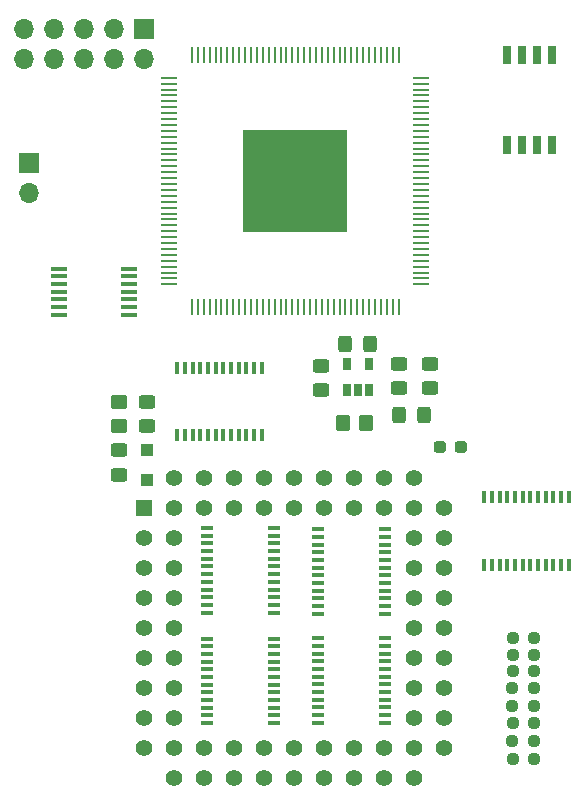
<source format=gts>
G04 #@! TF.GenerationSoftware,KiCad,Pcbnew,7.0.1*
G04 #@! TF.CreationDate,2023-07-15T13:09:29+01:00*
G04 #@! TF.ProjectId,ElectronULA,456c6563-7472-46f6-9e55-4c412e6b6963,rev?*
G04 #@! TF.SameCoordinates,Original*
G04 #@! TF.FileFunction,Soldermask,Top*
G04 #@! TF.FilePolarity,Negative*
%FSLAX46Y46*%
G04 Gerber Fmt 4.6, Leading zero omitted, Abs format (unit mm)*
G04 Created by KiCad (PCBNEW 7.0.1) date 2023-07-15 13:09:29*
%MOMM*%
%LPD*%
G01*
G04 APERTURE LIST*
G04 Aperture macros list*
%AMRoundRect*
0 Rectangle with rounded corners*
0 $1 Rounding radius*
0 $2 $3 $4 $5 $6 $7 $8 $9 X,Y pos of 4 corners*
0 Add a 4 corners polygon primitive as box body*
4,1,4,$2,$3,$4,$5,$6,$7,$8,$9,$2,$3,0*
0 Add four circle primitives for the rounded corners*
1,1,$1+$1,$2,$3*
1,1,$1+$1,$4,$5*
1,1,$1+$1,$6,$7*
1,1,$1+$1,$8,$9*
0 Add four rect primitives between the rounded corners*
20,1,$1+$1,$2,$3,$4,$5,0*
20,1,$1+$1,$4,$5,$6,$7,0*
20,1,$1+$1,$6,$7,$8,$9,0*
20,1,$1+$1,$8,$9,$2,$3,0*%
G04 Aperture macros list end*
%ADD10R,1.100000X0.400000*%
%ADD11R,1.422400X1.422400*%
%ADD12C,1.422400*%
%ADD13R,0.400000X1.100000*%
%ADD14R,0.650000X1.060000*%
%ADD15RoundRect,0.249999X0.325001X0.450001X-0.325001X0.450001X-0.325001X-0.450001X0.325001X-0.450001X0*%
%ADD16RoundRect,0.249999X0.450001X-0.325001X0.450001X0.325001X-0.450001X0.325001X-0.450001X-0.325001X0*%
%ADD17RoundRect,0.249999X-0.450001X0.325001X-0.450001X-0.325001X0.450001X-0.325001X0.450001X0.325001X0*%
%ADD18R,1.000000X1.000000*%
%ADD19R,1.470000X0.280000*%
%ADD20R,0.280000X1.470000*%
%ADD21R,8.930000X8.700000*%
%ADD22RoundRect,0.249999X-0.325001X-0.450001X0.325001X-0.450001X0.325001X0.450001X-0.325001X0.450001X0*%
%ADD23RoundRect,0.237500X0.287500X0.237500X-0.287500X0.237500X-0.287500X-0.237500X0.287500X-0.237500X0*%
%ADD24R,1.700000X1.700000*%
%ADD25O,1.700000X1.700000*%
%ADD26R,0.760000X1.600000*%
%ADD27R,1.450000X0.450000*%
%ADD28C,4.000000*%
%ADD29RoundRect,0.237500X-0.250000X-0.237500X0.250000X-0.237500X0.250000X0.237500X-0.250000X0.237500X0*%
%ADD30RoundRect,0.250000X-0.350000X-0.450000X0.350000X-0.450000X0.350000X0.450000X-0.350000X0.450000X0*%
%ADD31RoundRect,0.250000X-0.450000X0.350000X-0.450000X-0.350000X0.450000X-0.350000X0.450000X0.350000X0*%
G04 APERTURE END LIST*
D10*
X152367100Y-116503400D03*
X152367100Y-115853400D03*
X152367100Y-115203400D03*
X152367100Y-114553400D03*
X152367100Y-113903400D03*
X152367100Y-113253400D03*
X152367100Y-112603400D03*
X152367100Y-111953400D03*
X152367100Y-111303400D03*
X152367100Y-110653400D03*
X152367100Y-110003400D03*
X152367100Y-109353400D03*
X146667100Y-109353400D03*
X146667100Y-110003400D03*
X146667100Y-110653400D03*
X146667100Y-111303400D03*
X146667100Y-111953400D03*
X146667100Y-112603400D03*
X146667100Y-113253400D03*
X146667100Y-113903400D03*
X146667100Y-114553400D03*
X146667100Y-115203400D03*
X146667100Y-115853400D03*
X146667100Y-116503400D03*
X156027000Y-109328000D03*
X156027000Y-109978000D03*
X156027000Y-110628000D03*
X156027000Y-111278000D03*
X156027000Y-111928000D03*
X156027000Y-112578000D03*
X156027000Y-113228000D03*
X156027000Y-113878000D03*
X156027000Y-114528000D03*
X156027000Y-115178000D03*
X156027000Y-115828000D03*
X156027000Y-116478000D03*
X161727000Y-116478000D03*
X161727000Y-115828000D03*
X161727000Y-115178000D03*
X161727000Y-114528000D03*
X161727000Y-113878000D03*
X161727000Y-113228000D03*
X161727000Y-112578000D03*
X161727000Y-111928000D03*
X161727000Y-111278000D03*
X161727000Y-110628000D03*
X161727000Y-109978000D03*
X161727000Y-109328000D03*
X152341700Y-107156200D03*
X152341700Y-106506200D03*
X152341700Y-105856200D03*
X152341700Y-105206200D03*
X152341700Y-104556200D03*
X152341700Y-103906200D03*
X152341700Y-103256200D03*
X152341700Y-102606200D03*
X152341700Y-101956200D03*
X152341700Y-101306200D03*
X152341700Y-100656200D03*
X152341700Y-100006200D03*
X146641700Y-100006200D03*
X146641700Y-100656200D03*
X146641700Y-101306200D03*
X146641700Y-101956200D03*
X146641700Y-102606200D03*
X146641700Y-103256200D03*
X146641700Y-103906200D03*
X146641700Y-104556200D03*
X146641700Y-105206200D03*
X146641700Y-105856200D03*
X146641700Y-106506200D03*
X146641700Y-107156200D03*
D11*
X141338300Y-98336100D03*
D12*
X143878300Y-98336100D03*
X141338300Y-100876100D03*
X143878300Y-100876100D03*
X141338300Y-103416100D03*
X143878300Y-103416100D03*
X141338300Y-105956100D03*
X143878300Y-105956100D03*
X141338300Y-108496100D03*
X143878300Y-108496100D03*
X141338300Y-111036100D03*
X143878300Y-111036100D03*
X141338300Y-113576100D03*
X143878300Y-113576100D03*
X141338300Y-116116100D03*
X143878300Y-116116100D03*
X141338300Y-118656100D03*
X143878300Y-121196100D03*
X143878300Y-118656100D03*
X146418300Y-121196100D03*
X146418300Y-118656100D03*
X148958300Y-121196100D03*
X148958300Y-118656100D03*
X151498300Y-121196100D03*
X151498300Y-118656100D03*
X154038300Y-121196100D03*
X154038300Y-118656100D03*
X156578300Y-121196100D03*
X156578300Y-118656100D03*
X159118300Y-121196100D03*
X159118300Y-118656100D03*
X161658300Y-121196100D03*
X161658300Y-118656100D03*
X164198300Y-121196100D03*
X166738300Y-118656100D03*
X164198300Y-118656100D03*
X166738300Y-116116100D03*
X164198300Y-116116100D03*
X166738300Y-113576100D03*
X164198300Y-113576100D03*
X166738300Y-111036100D03*
X164198300Y-111036100D03*
X166738300Y-108496100D03*
X164198300Y-108496100D03*
X166738300Y-105956100D03*
X164198300Y-105956100D03*
X166738300Y-103416100D03*
X164198300Y-103416100D03*
X166738300Y-100876100D03*
X164198300Y-100876100D03*
X166738300Y-98336100D03*
X164198300Y-95796100D03*
X164198300Y-98336100D03*
X161658300Y-95796100D03*
X161658300Y-98336100D03*
X159118300Y-95796100D03*
X159118300Y-98336100D03*
X156578300Y-95796100D03*
X156578300Y-98336100D03*
X154038300Y-95796100D03*
X154038300Y-98336100D03*
X151498300Y-95796100D03*
X151498300Y-98336100D03*
X148958300Y-95796100D03*
X148958300Y-98336100D03*
X146418300Y-95796100D03*
X146418300Y-98336100D03*
X143878300Y-95796100D03*
D10*
X156027000Y-100107800D03*
X156027000Y-100757800D03*
X156027000Y-101407800D03*
X156027000Y-102057800D03*
X156027000Y-102707800D03*
X156027000Y-103357800D03*
X156027000Y-104007800D03*
X156027000Y-104657800D03*
X156027000Y-105307800D03*
X156027000Y-105957800D03*
X156027000Y-106607800D03*
X156027000Y-107257800D03*
X161727000Y-107257800D03*
X161727000Y-106607800D03*
X161727000Y-105957800D03*
X161727000Y-105307800D03*
X161727000Y-104657800D03*
X161727000Y-104007800D03*
X161727000Y-103357800D03*
X161727000Y-102707800D03*
X161727000Y-102057800D03*
X161727000Y-101407800D03*
X161727000Y-100757800D03*
X161727000Y-100107800D03*
D13*
X144148860Y-92141160D03*
X144798860Y-92141160D03*
X145448860Y-92141160D03*
X146098860Y-92141160D03*
X146748860Y-92141160D03*
X147398860Y-92141160D03*
X148048860Y-92141160D03*
X148698860Y-92141160D03*
X149348860Y-92141160D03*
X149998860Y-92141160D03*
X150648860Y-92141160D03*
X151298860Y-92141160D03*
X151298860Y-86441160D03*
X150648860Y-86441160D03*
X149998860Y-86441160D03*
X149348860Y-86441160D03*
X148698860Y-86441160D03*
X148048860Y-86441160D03*
X147398860Y-86441160D03*
X146748860Y-86441160D03*
X146098860Y-86441160D03*
X145448860Y-86441160D03*
X144798860Y-86441160D03*
X144148860Y-86441160D03*
D14*
X158477200Y-88291000D03*
X159427200Y-88291000D03*
X160377200Y-88291000D03*
X160377200Y-86091000D03*
X158477200Y-86091000D03*
D15*
X165007200Y-90401000D03*
X162957200Y-90401000D03*
D16*
X165557200Y-88176000D03*
X165557200Y-86126000D03*
D17*
X141576920Y-89351720D03*
X141576920Y-91401720D03*
D16*
X156297200Y-88321000D03*
X156297200Y-86271000D03*
D18*
X141576920Y-95891720D03*
X141576920Y-93391720D03*
D17*
X139187200Y-93426000D03*
X139187200Y-95476000D03*
X162957200Y-86131000D03*
X162957200Y-88181000D03*
D19*
X143467200Y-61871000D03*
X143467200Y-62371000D03*
X143467200Y-62871000D03*
X143467200Y-63371000D03*
X143467200Y-63871000D03*
X143467200Y-64371000D03*
X143467200Y-64871000D03*
X143467200Y-65371000D03*
X143467200Y-65871000D03*
X143467200Y-66371000D03*
X143467200Y-66871000D03*
X143467200Y-67371000D03*
X143467200Y-67871000D03*
X143467200Y-68371000D03*
X143467200Y-68871000D03*
X143467200Y-69371000D03*
X143467200Y-69871000D03*
X143467200Y-70371000D03*
X143467200Y-70871000D03*
X143467200Y-71371000D03*
X143467200Y-71871000D03*
X143467200Y-72371000D03*
X143467200Y-72871000D03*
X143467200Y-73371000D03*
X143467200Y-73871000D03*
X143467200Y-74371000D03*
X143467200Y-74871000D03*
X143467200Y-75371000D03*
X143467200Y-75871000D03*
X143467200Y-76371000D03*
X143467200Y-76871000D03*
X143467200Y-77371000D03*
X143467200Y-77871000D03*
X143467200Y-78371000D03*
X143467200Y-78871000D03*
X143467200Y-79371000D03*
D20*
X145387200Y-81291000D03*
X145887200Y-81291000D03*
X146387200Y-81291000D03*
X146887200Y-81291000D03*
X147387200Y-81291000D03*
X147887200Y-81291000D03*
X148387200Y-81291000D03*
X148887200Y-81291000D03*
X149387200Y-81291000D03*
X149887200Y-81291000D03*
X150387200Y-81291000D03*
X150887200Y-81291000D03*
X151387200Y-81291000D03*
X151887200Y-81291000D03*
X152387200Y-81291000D03*
X152887200Y-81291000D03*
X153387200Y-81291000D03*
X153887200Y-81291000D03*
X154387200Y-81291000D03*
X154887200Y-81291000D03*
X155387200Y-81291000D03*
X155887200Y-81291000D03*
X156387200Y-81291000D03*
X156887200Y-81291000D03*
X157387200Y-81291000D03*
X157887200Y-81291000D03*
X158387200Y-81291000D03*
X158887200Y-81291000D03*
X159387200Y-81291000D03*
X159887200Y-81291000D03*
X160387200Y-81291000D03*
X160887200Y-81291000D03*
X161387200Y-81291000D03*
X161887200Y-81291000D03*
X162387200Y-81291000D03*
X162887200Y-81291000D03*
D19*
X164807200Y-79371000D03*
X164807200Y-78871000D03*
X164807200Y-78371000D03*
X164807200Y-77871000D03*
X164807200Y-77371000D03*
X164807200Y-76871000D03*
X164807200Y-76371000D03*
X164807200Y-75871000D03*
X164807200Y-75371000D03*
X164807200Y-74871000D03*
X164807200Y-74371000D03*
X164807200Y-73871000D03*
X164807200Y-73371000D03*
X164807200Y-72871000D03*
X164807200Y-72371000D03*
X164807200Y-71871000D03*
X164807200Y-71371000D03*
X164807200Y-70871000D03*
X164807200Y-70371000D03*
X164807200Y-69871000D03*
X164807200Y-69371000D03*
X164807200Y-68871000D03*
X164807200Y-68371000D03*
X164807200Y-67871000D03*
X164807200Y-67371000D03*
X164807200Y-66871000D03*
X164807200Y-66371000D03*
X164807200Y-65871000D03*
X164807200Y-65371000D03*
X164807200Y-64871000D03*
X164807200Y-64371000D03*
X164807200Y-63871000D03*
X164807200Y-63371000D03*
X164807200Y-62871000D03*
X164807200Y-62371000D03*
X164807200Y-61871000D03*
D20*
X162887200Y-59951000D03*
X162387200Y-59951000D03*
X161887200Y-59951000D03*
X161387200Y-59951000D03*
X160887200Y-59951000D03*
X160387200Y-59951000D03*
X159887200Y-59951000D03*
X159387200Y-59951000D03*
X158887200Y-59951000D03*
X158387200Y-59951000D03*
X157887200Y-59951000D03*
X157387200Y-59951000D03*
X156887200Y-59951000D03*
X156387200Y-59951000D03*
X155887200Y-59951000D03*
X155387200Y-59951000D03*
X154887200Y-59951000D03*
X154387200Y-59951000D03*
X153887200Y-59951000D03*
X153387200Y-59951000D03*
X152887200Y-59951000D03*
X152387200Y-59951000D03*
X151887200Y-59951000D03*
X151387200Y-59951000D03*
X150887200Y-59951000D03*
X150387200Y-59951000D03*
X149887200Y-59951000D03*
X149387200Y-59951000D03*
X148887200Y-59951000D03*
X148387200Y-59951000D03*
X147887200Y-59951000D03*
X147387200Y-59951000D03*
X146887200Y-59951000D03*
X146387200Y-59951000D03*
X145887200Y-59951000D03*
X145387200Y-59951000D03*
D21*
X154137200Y-70621000D03*
D22*
X158385400Y-84378800D03*
X160435400Y-84378800D03*
D13*
X170130200Y-103111000D03*
X170780200Y-103111000D03*
X171430200Y-103111000D03*
X172080200Y-103111000D03*
X172730200Y-103111000D03*
X173380200Y-103111000D03*
X174030200Y-103111000D03*
X174680200Y-103111000D03*
X175330200Y-103111000D03*
X175980200Y-103111000D03*
X176630200Y-103111000D03*
X177280200Y-103111000D03*
X177280200Y-97411000D03*
X176630200Y-97411000D03*
X175980200Y-97411000D03*
X175330200Y-97411000D03*
X174680200Y-97411000D03*
X174030200Y-97411000D03*
X173380200Y-97411000D03*
X172730200Y-97411000D03*
X172080200Y-97411000D03*
X171430200Y-97411000D03*
X170780200Y-97411000D03*
X170130200Y-97411000D03*
D23*
X168139080Y-93154500D03*
X166389080Y-93154500D03*
D24*
X141325600Y-57711340D03*
D25*
X141325600Y-60251340D03*
X138785600Y-57711340D03*
X138785600Y-60251340D03*
X136245600Y-57711340D03*
X136245600Y-60251340D03*
X133705600Y-57711340D03*
X133705600Y-60251340D03*
X131165600Y-57711340D03*
X131165600Y-60251340D03*
D24*
X131620260Y-69113400D03*
D25*
X131620260Y-71653400D03*
D26*
X175844200Y-59954160D03*
X174574200Y-59954160D03*
X173304200Y-59954160D03*
X172034200Y-59954160D03*
X172034200Y-67574160D03*
X173304200Y-67574160D03*
X174574200Y-67574160D03*
X175844200Y-67574160D03*
D27*
X134149040Y-78034600D03*
X134149040Y-78684600D03*
X134149040Y-79334600D03*
X134149040Y-79984600D03*
X134149040Y-80634600D03*
X134149040Y-81284600D03*
X134149040Y-81934600D03*
X140049040Y-81934600D03*
X140049040Y-81284600D03*
X140049040Y-80634600D03*
X140049040Y-79984600D03*
X140049040Y-79334600D03*
X140049040Y-78684600D03*
X140049040Y-78034600D03*
D28*
X155157200Y-70331000D03*
D29*
X172525700Y-115045000D03*
X174350700Y-115045000D03*
X172512700Y-118046000D03*
X174337700Y-118046000D03*
X172531700Y-110716000D03*
X174356700Y-110716000D03*
X172528200Y-109293000D03*
X174353200Y-109293000D03*
D30*
X158137200Y-91131000D03*
X160137200Y-91131000D03*
D29*
X172538700Y-119515000D03*
X174363700Y-119515000D03*
D31*
X139217200Y-89341000D03*
X139217200Y-91341000D03*
D29*
X172538700Y-116549000D03*
X174363700Y-116549000D03*
X172531700Y-112141000D03*
X174356700Y-112141000D03*
X172513700Y-113584000D03*
X174338700Y-113584000D03*
M02*

</source>
